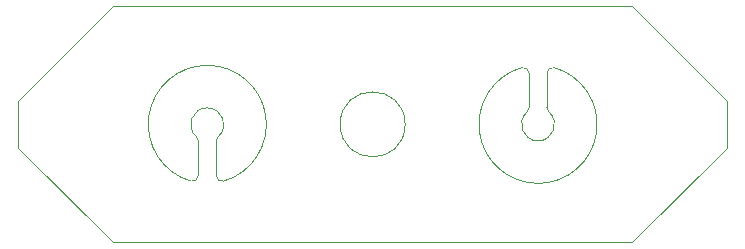
<source format=gbr>
G04 #@! TF.GenerationSoftware,KiCad,Pcbnew,(5.0.1-dev-70-gb7b125d83)*
G04 #@! TF.CreationDate,2019-03-02T22:20:39+01:00*
G04 #@! TF.ProjectId,piezothing,7069657A6F7468696E672E6B69636164,rev?*
G04 #@! TF.SameCoordinates,Original*
G04 #@! TF.FileFunction,Profile,NP*
%FSLAX46Y46*%
G04 Gerber Fmt 4.6, Leading zero omitted, Abs format (unit mm)*
G04 Created by KiCad (PCBNEW (5.0.1-dev-70-gb7b125d83)) date 03/02/19 22:20:39*
%MOMM*%
%LPD*%
G01*
G04 APERTURE LIST*
%ADD10C,0.100000*%
G04 APERTURE END LIST*
D10*
X151971668Y-90000000D02*
X160000000Y-81971668D01*
X160000000Y-81971668D02*
X160000000Y-78028332D01*
X160000000Y-78028332D02*
X151971668Y-70000000D01*
X117388889Y-84803227D02*
G75*
G02X116750000Y-84322904I-138889J480323D01*
G01*
X115250000Y-84322904D02*
G75*
G02X114611111Y-84803227I-500000J0D01*
G01*
X151971668Y-70000000D02*
X108028332Y-70000000D01*
X100000000Y-81971668D02*
X108028332Y-90000000D01*
X108028332Y-90000000D02*
X151971668Y-90000000D01*
X143250000Y-78569091D02*
G75*
G02X143078947Y-78945646I-500000J0D01*
G01*
X114611111Y-84803227D02*
G75*
G02X117388889Y-84803227I1388889J4803227D01*
G01*
X116750000Y-84322904D02*
X116750000Y-81430909D01*
X132750000Y-80000000D02*
G75*
G03X132750000Y-80000000I-2750000J0D01*
G01*
X108028332Y-70000000D02*
X100000000Y-78028332D01*
X142611111Y-75196773D02*
G75*
G02X143250000Y-75677096I138889J-480323D01*
G01*
X143250000Y-75677096D02*
X143250000Y-78569091D01*
X100000000Y-78028332D02*
X100000000Y-81971668D01*
X115078948Y-81054354D02*
G75*
G02X116921053Y-81054354I921052J1054354D01*
G01*
X116750000Y-81430909D02*
G75*
G02X116921053Y-81054354I500000J0D01*
G01*
X115250000Y-81430909D02*
X115250000Y-84322904D01*
X115078947Y-81054354D02*
G75*
G02X115250000Y-81430909I-328947J-376555D01*
G01*
X145388889Y-75196773D02*
G75*
G02X142611111Y-75196773I-1388889J-4803227D01*
G01*
X144921053Y-78945646D02*
G75*
G02X144750000Y-78569091I328947J376555D01*
G01*
X144750000Y-75677096D02*
G75*
G02X145388889Y-75196773I500000J0D01*
G01*
X144750000Y-78569091D02*
X144750000Y-75677096D01*
X144921052Y-78945646D02*
G75*
G02X143078947Y-78945646I-921052J-1054354D01*
G01*
M02*

</source>
